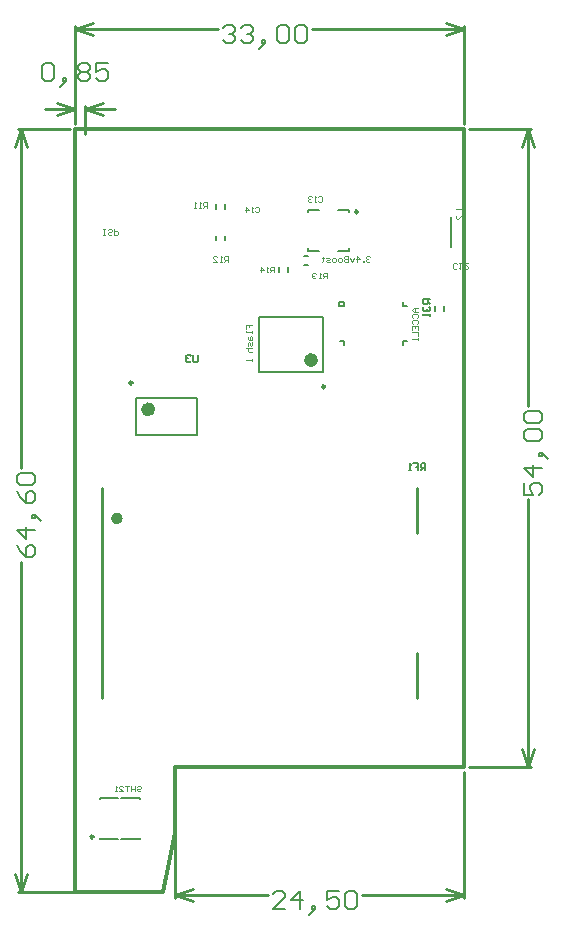
<source format=gbo>
%FSLAX25Y25*%
%MOIN*%
G70*
G01*
G75*
G04 Layer_Color=32896*
%ADD10R,0.02756X0.03543*%
%ADD11R,0.06693X0.09449*%
%ADD12O,0.06693X0.01181*%
%ADD13O,0.06890X0.02165*%
%ADD14O,0.02165X0.06890*%
%ADD15R,0.15748X0.15748*%
%ADD16R,0.07874X0.15748*%
%ADD17R,0.03543X0.02756*%
%ADD18R,0.01575X0.05315*%
%ADD19R,0.05512X0.05512*%
%ADD20R,0.04724X0.03543*%
%ADD21R,0.05000X0.05000*%
%ADD22R,0.03937X0.05512*%
%ADD23R,0.03150X0.03543*%
%ADD24R,0.04331X0.06693*%
%ADD25R,0.03543X0.03150*%
%ADD26R,0.09449X0.06693*%
%ADD27C,0.01575*%
%ADD28C,0.01181*%
%ADD29C,0.01378*%
%ADD30C,0.00984*%
%ADD31C,0.01000*%
%ADD32C,0.00600*%
%ADD33C,0.07874*%
%ADD34O,0.05906X0.07874*%
%ADD35O,0.03937X0.06693*%
%ADD36R,0.05906X0.05906*%
%ADD37C,0.05906*%
%ADD38C,0.12598*%
%ADD39R,0.04724X0.15748*%
%ADD40C,0.03150*%
%ADD41C,0.01969*%
%ADD42C,0.04724*%
%ADD43O,0.01378X0.06693*%
%ADD44O,0.02756X0.01772*%
%ADD45R,0.05906X0.09449*%
%ADD46R,0.07677X0.10827*%
%ADD47R,0.11811X0.08268*%
%ADD48R,0.06299X0.03150*%
%ADD49O,0.02362X0.06693*%
%ADD50R,0.05001X0.01969*%
%ADD51R,0.01969X0.04801*%
%ADD52O,0.01969X0.00984*%
%ADD53O,0.00984X0.03937*%
%ADD54R,0.06496X0.09449*%
%ADD55R,0.04000X0.06000*%
%ADD56R,0.06000X0.04000*%
%ADD57C,0.03150*%
%ADD58C,0.02362*%
%ADD59C,0.00787*%
%ADD60C,0.00394*%
%ADD61C,0.00800*%
%ADD62C,0.00591*%
%ADD63R,0.03556X0.04343*%
%ADD64R,0.07493X0.10249*%
%ADD65O,0.07493X0.01981*%
%ADD66O,0.07284X0.02559*%
%ADD67O,0.02559X0.07284*%
%ADD68R,0.16548X0.16548*%
%ADD69R,0.08674X0.16548*%
%ADD70R,0.04343X0.03556*%
%ADD71R,0.01969X0.05709*%
%ADD72R,0.06312X0.06312*%
%ADD73R,0.05524X0.04343*%
%ADD74R,0.05800X0.05800*%
%ADD75R,0.04737X0.06312*%
%ADD76R,0.03950X0.04343*%
%ADD77R,0.05131X0.07493*%
%ADD78R,0.04343X0.03950*%
%ADD79R,0.10249X0.07493*%
%ADD80C,0.08674*%
%ADD81O,0.06706X0.08674*%
%ADD82O,0.04737X0.07493*%
%ADD83R,0.06706X0.06706*%
%ADD84C,0.06706*%
%ADD85C,0.13398*%
%ADD86R,0.05524X0.16548*%
%ADD87C,0.03950*%
%ADD88C,0.02769*%
%ADD89C,0.05524*%
%ADD90C,0.02000*%
%ADD91C,0.00500*%
D28*
X68898Y51181D02*
Y73228D01*
X165354D01*
X64961Y31496D02*
X68898Y51181D01*
X35433Y31496D02*
Y285827D01*
X165354D01*
Y73228D02*
Y285827D01*
X35433Y31496D02*
X64961D01*
D30*
X54681Y201220D02*
G03*
X54681Y201220I-492J0D01*
G01*
X41740Y49898D02*
G03*
X41740Y49898I-492J0D01*
G01*
X118839Y199925D02*
G03*
X118839Y199925I-492J0D01*
G01*
X129842Y258201D02*
G03*
X129842Y258201I-492J0D01*
G01*
D31*
X149500Y96000D02*
Y111000D01*
Y151000D02*
Y166000D01*
X44500Y96000D02*
Y166000D01*
X165354Y287417D02*
Y320000D01*
X35433Y287417D02*
Y320000D01*
X114389Y319000D02*
X165354D01*
X35433D02*
X83198D01*
X159354Y321000D02*
X165354Y319000D01*
X159354Y317000D02*
X165354Y319000D01*
X35433D02*
X41433Y317000D01*
X35433Y319000D02*
X41433Y321000D01*
X166945Y73228D02*
X187500D01*
X166945Y285827D02*
X187500D01*
X186500Y73228D02*
Y162332D01*
Y193523D02*
Y285827D01*
Y73228D02*
X188500Y79228D01*
X184500D02*
X186500Y73228D01*
X184500Y279827D02*
X186500Y285827D01*
X188500Y279827D01*
X16500Y31496D02*
X63370D01*
X16500Y285827D02*
X33843D01*
X17500Y31496D02*
Y141466D01*
Y172657D02*
Y285827D01*
Y31496D02*
X19500Y37496D01*
X15500D02*
X17500Y31496D01*
X15500Y279827D02*
X17500Y285827D01*
X19500Y279827D01*
X165354Y29500D02*
Y71638D01*
X68898Y29500D02*
Y71638D01*
X131122Y30500D02*
X165354D01*
X68898D02*
X99931D01*
X159354Y32500D02*
X165354Y30500D01*
X159354Y28500D02*
X165354Y30500D01*
X68898D02*
X74898Y28500D01*
X68898Y30500D02*
X74898Y32500D01*
X38780Y284071D02*
Y293500D01*
X35433Y287417D02*
Y293500D01*
X25433Y292500D02*
X35433D01*
X38780D02*
X48779D01*
X29433Y294500D02*
X35433Y292500D01*
X29433Y290500D02*
X35433Y292500D01*
X38780D02*
X44780Y290500D01*
X38780Y292500D02*
X44780Y294500D01*
D32*
X84798Y319400D02*
X85798Y320399D01*
X87797D01*
X88797Y319400D01*
Y318400D01*
X87797Y317400D01*
X86798D01*
X87797D01*
X88797Y316401D01*
Y315401D01*
X87797Y314401D01*
X85798D01*
X84798Y315401D01*
X90796Y319400D02*
X91796Y320399D01*
X93795D01*
X94795Y319400D01*
Y318400D01*
X93795Y317400D01*
X92796D01*
X93795D01*
X94795Y316401D01*
Y315401D01*
X93795Y314401D01*
X91796D01*
X90796Y315401D01*
X97794Y313402D02*
X98794Y314401D01*
Y315401D01*
X97794D01*
Y314401D01*
X98794D01*
X97794Y313402D01*
X96794Y312402D01*
X102792Y319400D02*
X103792Y320399D01*
X105791D01*
X106791Y319400D01*
Y315401D01*
X105791Y314401D01*
X103792D01*
X102792Y315401D01*
Y319400D01*
X108791D02*
X109790Y320399D01*
X111790D01*
X112789Y319400D01*
Y315401D01*
X111790Y314401D01*
X109790D01*
X108791Y315401D01*
Y319400D01*
X185101Y167931D02*
Y163932D01*
X188100D01*
X187100Y165931D01*
Y166931D01*
X188100Y167931D01*
X190099D01*
X191099Y166931D01*
Y164932D01*
X190099Y163932D01*
X191099Y172929D02*
X185101D01*
X188100Y169930D01*
Y173929D01*
X192098Y176928D02*
X191099Y177927D01*
X190099D01*
Y176928D01*
X191099D01*
Y177927D01*
X192098Y176928D01*
X193098Y175928D01*
X186100Y181926D02*
X185101Y182926D01*
Y184925D01*
X186100Y185925D01*
X190099D01*
X191099Y184925D01*
Y182926D01*
X190099Y181926D01*
X186100D01*
Y187924D02*
X185101Y188924D01*
Y190923D01*
X186100Y191923D01*
X190099D01*
X191099Y190923D01*
Y188924D01*
X190099Y187924D01*
X186100D01*
X16101Y147065D02*
X17100Y145065D01*
X19100Y143066D01*
X21099D01*
X22099Y144066D01*
Y146065D01*
X21099Y147065D01*
X20099D01*
X19100Y146065D01*
Y143066D01*
X22099Y152063D02*
X16101D01*
X19100Y149064D01*
Y153063D01*
X23098Y156062D02*
X22099Y157061D01*
X21099D01*
Y156062D01*
X22099D01*
Y157061D01*
X23098Y156062D01*
X24098Y155062D01*
X16101Y165059D02*
X17100Y163059D01*
X19100Y161060D01*
X21099D01*
X22099Y162060D01*
Y164059D01*
X21099Y165059D01*
X20099D01*
X19100Y164059D01*
Y161060D01*
X17100Y167058D02*
X16101Y168058D01*
Y170057D01*
X17100Y171057D01*
X21099D01*
X22099Y170057D01*
Y168058D01*
X21099Y167058D01*
X17100D01*
X105529Y25901D02*
X101531D01*
X105529Y29900D01*
Y30900D01*
X104530Y31899D01*
X102530D01*
X101531Y30900D01*
X110528Y25901D02*
Y31899D01*
X107529Y28900D01*
X111527D01*
X114526Y24902D02*
X115526Y25901D01*
Y26901D01*
X114526D01*
Y25901D01*
X115526D01*
X114526Y24902D01*
X113527Y23902D01*
X123523Y31899D02*
X119525D01*
Y28900D01*
X121524Y29900D01*
X122524D01*
X123523Y28900D01*
Y26901D01*
X122524Y25901D01*
X120524D01*
X119525Y26901D01*
X125523Y30900D02*
X126522Y31899D01*
X128522D01*
X129522Y30900D01*
Y26901D01*
X128522Y25901D01*
X126522D01*
X125523Y26901D01*
Y30900D01*
X24510Y306696D02*
X25510Y307696D01*
X27509D01*
X28509Y306696D01*
Y302697D01*
X27509Y301697D01*
X25510D01*
X24510Y302697D01*
Y306696D01*
X31508Y300698D02*
X32507Y301697D01*
Y302697D01*
X31508D01*
Y301697D01*
X32507D01*
X31508Y300698D01*
X30508Y299698D01*
X36506Y306696D02*
X37506Y307696D01*
X39505D01*
X40505Y306696D01*
Y305696D01*
X39505Y304696D01*
X40505Y303697D01*
Y302697D01*
X39505Y301697D01*
X37506D01*
X36506Y302697D01*
Y303697D01*
X37506Y304696D01*
X36506Y305696D01*
Y306696D01*
X37506Y304696D02*
X39505D01*
X46503Y307696D02*
X42504D01*
Y304696D01*
X44503Y305696D01*
X45503D01*
X46503Y304696D01*
Y302697D01*
X45503Y301697D01*
X43504D01*
X42504Y302697D01*
D58*
X61079Y192362D02*
G03*
X61079Y192362I-1181J0D01*
G01*
X115374Y208784D02*
G03*
X115374Y208784I-1181J0D01*
G01*
D59*
X76039Y183701D02*
Y196299D01*
X55961Y183701D02*
Y196299D01*
Y183701D02*
X76039D01*
X55961Y196299D02*
X76039D01*
X43807Y49307D02*
Y49602D01*
Y49307D02*
X50008D01*
X50992D02*
X57193D01*
Y49602D01*
Y62398D02*
Y62693D01*
X50992D02*
X57193D01*
X43807Y62398D02*
Y62693D01*
X50008D01*
X155622Y225213D02*
Y226787D01*
X158378Y225213D02*
Y226787D01*
X106378Y238213D02*
Y239787D01*
X103622Y238213D02*
Y239787D01*
X111713Y240622D02*
X113287D01*
X111713Y243378D02*
X113287D01*
X85378Y248713D02*
Y250287D01*
X82622Y248713D02*
Y250287D01*
X85378Y259213D02*
Y260787D01*
X82622Y259213D02*
Y260787D01*
X160843Y246480D02*
Y256520D01*
X96870Y204847D02*
X118130D01*
X96870Y223153D02*
X118130D01*
Y204847D02*
Y223153D01*
X96870Y204847D02*
Y223153D01*
X126791Y258004D02*
Y258791D01*
X123051D02*
X126791D01*
X113209D02*
X116949D01*
X113209Y258004D02*
Y258791D01*
Y245209D02*
Y245996D01*
Y245209D02*
X116949D01*
X126791D02*
Y245996D01*
X123051Y245209D02*
X126791D01*
D60*
X134000Y243140D02*
X133672Y243468D01*
X133016D01*
X132688Y243140D01*
Y242812D01*
X133016Y242484D01*
X133344D01*
X133016D01*
X132688Y242156D01*
Y241828D01*
X133016Y241500D01*
X133672D01*
X134000Y241828D01*
X132032Y241500D02*
Y241828D01*
X131704D01*
Y241500D01*
X132032D01*
X129408D02*
Y243468D01*
X130392Y242484D01*
X129080D01*
X128424Y242812D02*
X127768Y241500D01*
X127112Y242812D01*
X126456Y243468D02*
Y241500D01*
X125473D01*
X125145Y241828D01*
Y242156D01*
X125473Y242484D01*
X126456D01*
X125473D01*
X125145Y242812D01*
Y243140D01*
X125473Y243468D01*
X126456D01*
X124161Y241500D02*
X123505D01*
X123177Y241828D01*
Y242484D01*
X123505Y242812D01*
X124161D01*
X124489Y242484D01*
Y241828D01*
X124161Y241500D01*
X122193D02*
X121537D01*
X121209Y241828D01*
Y242484D01*
X121537Y242812D01*
X122193D01*
X122521Y242484D01*
Y241828D01*
X122193Y241500D01*
X120553D02*
X119569D01*
X119241Y241828D01*
X119569Y242156D01*
X120225D01*
X120553Y242484D01*
X120225Y242812D01*
X119241D01*
X118257Y243140D02*
Y242812D01*
X118585D01*
X117929D01*
X118257D01*
Y241828D01*
X117929Y241500D01*
X150000Y226000D02*
X148688D01*
X148032Y225344D01*
X148688Y224688D01*
X150000D01*
X149016D01*
Y226000D01*
X148360Y222720D02*
X148032Y223048D01*
Y223704D01*
X148360Y224032D01*
X149672D01*
X150000Y223704D01*
Y223048D01*
X149672Y222720D01*
X148360Y220752D02*
X148032Y221080D01*
Y221736D01*
X148360Y222064D01*
X149672D01*
X150000Y221736D01*
Y221080D01*
X149672Y220752D01*
X148032Y218784D02*
Y220096D01*
X150000D01*
Y218784D01*
X149016Y220096D02*
Y219441D01*
X148032Y218129D02*
X150000D01*
Y216817D01*
Y216161D02*
Y215505D01*
Y215833D01*
X148032D01*
X148360Y216161D01*
X162812Y239360D02*
X162484Y239032D01*
X161828D01*
X161500Y239360D01*
Y240672D01*
X161828Y241000D01*
X162484D01*
X162812Y240672D01*
X163468Y241000D02*
X164124D01*
X163796D01*
Y239032D01*
X163468Y239360D01*
X166420Y241000D02*
X165108D01*
X166420Y239688D01*
Y239360D01*
X166092Y239032D01*
X165436D01*
X165108Y239360D01*
X116688Y263140D02*
X117016Y263468D01*
X117672D01*
X118000Y263140D01*
Y261828D01*
X117672Y261500D01*
X117016D01*
X116688Y261828D01*
X116032Y261500D02*
X115376D01*
X115704D01*
Y263468D01*
X116032Y263140D01*
X114392D02*
X114064Y263468D01*
X113408D01*
X113080Y263140D01*
Y262812D01*
X113408Y262484D01*
X113736D01*
X113408D01*
X113080Y262156D01*
Y261828D01*
X113408Y261500D01*
X114064D01*
X114392Y261828D01*
X95688Y259640D02*
X96016Y259968D01*
X96672D01*
X97000Y259640D01*
Y258328D01*
X96672Y258000D01*
X96016D01*
X95688Y258328D01*
X95032Y258000D02*
X94376D01*
X94704D01*
Y259968D01*
X95032Y259640D01*
X92408Y258000D02*
Y259968D01*
X93392Y258984D01*
X92080D01*
X45008Y250532D02*
X45664D01*
X45336D01*
Y252500D01*
X45008D01*
X45664D01*
X47960Y250860D02*
X47632Y250532D01*
X46976D01*
X46648Y250860D01*
Y251188D01*
X46976Y251516D01*
X47632D01*
X47960Y251844D01*
Y252172D01*
X47632Y252500D01*
X46976D01*
X46648Y252172D01*
X48616Y252500D02*
Y250532D01*
X49599D01*
X49927Y250860D01*
Y251516D01*
X49599Y251844D01*
X48616D01*
X162532Y259000D02*
X164500D01*
Y257688D01*
Y255720D02*
Y257032D01*
X163188Y255720D01*
X162860D01*
X162532Y256048D01*
Y256704D01*
X162860Y257032D01*
X79500Y259500D02*
Y261468D01*
X78516D01*
X78188Y261140D01*
Y260484D01*
X78516Y260156D01*
X79500D01*
X78844D02*
X78188Y259500D01*
X77532D02*
X76876D01*
X77204D01*
Y261468D01*
X77532Y261140D01*
X75892Y259500D02*
X75236D01*
X75564D01*
Y261468D01*
X75892Y261140D01*
X86500Y241500D02*
Y243468D01*
X85516D01*
X85188Y243140D01*
Y242484D01*
X85516Y242156D01*
X86500D01*
X85844D02*
X85188Y241500D01*
X84532D02*
X83876D01*
X84204D01*
Y243468D01*
X84532Y243140D01*
X81580Y241500D02*
X82892D01*
X81580Y242812D01*
Y243140D01*
X81908Y243468D01*
X82564D01*
X82892Y243140D01*
X92532Y219188D02*
Y220500D01*
X93516D01*
Y219844D01*
Y220500D01*
X94500D01*
Y218532D02*
Y217876D01*
Y218204D01*
X92532D01*
Y218532D01*
X93188Y216564D02*
Y215908D01*
X93516Y215580D01*
X94500D01*
Y216564D01*
X94172Y216892D01*
X93844Y216564D01*
Y215580D01*
X94500Y214924D02*
Y213941D01*
X94172Y213613D01*
X93844Y213941D01*
Y214596D01*
X93516Y214924D01*
X93188Y214596D01*
Y213613D01*
X92532Y212957D02*
X94500D01*
X93516D01*
X93188Y212629D01*
Y211973D01*
X93516Y211645D01*
X94500D01*
Y209021D02*
Y208365D01*
Y208693D01*
X92532D01*
X92860Y209021D01*
X56188Y66640D02*
X56516Y66968D01*
X57172D01*
X57500Y66640D01*
Y66312D01*
X57172Y65984D01*
X56516D01*
X56188Y65656D01*
Y65328D01*
X56516Y65000D01*
X57172D01*
X57500Y65328D01*
X55532Y66968D02*
Y65000D01*
Y65984D01*
X54220D01*
Y66968D01*
Y65000D01*
X53564Y66968D02*
X52252D01*
X52908D01*
Y65000D01*
X50284D02*
X51596D01*
X50284Y66312D01*
Y66640D01*
X50612Y66968D01*
X51268D01*
X51596Y66640D01*
X49629Y65000D02*
X48973D01*
X49301D01*
Y66968D01*
X49629Y66640D01*
X119500Y236000D02*
Y237968D01*
X118516D01*
X118188Y237640D01*
Y236984D01*
X118516Y236656D01*
X119500D01*
X118844D02*
X118188Y236000D01*
X117532D02*
X116876D01*
X117204D01*
Y237968D01*
X117532Y237640D01*
X115892D02*
X115564Y237968D01*
X114908D01*
X114580Y237640D01*
Y237312D01*
X114908Y236984D01*
X115236D01*
X114908D01*
X114580Y236656D01*
Y236328D01*
X114908Y236000D01*
X115564D01*
X115892Y236328D01*
X102000Y238000D02*
Y239968D01*
X101016D01*
X100688Y239640D01*
Y238984D01*
X101016Y238656D01*
X102000D01*
X101344D02*
X100688Y238000D01*
X100032D02*
X99376D01*
X99704D01*
Y239968D01*
X100032Y239640D01*
X97408Y238000D02*
Y239968D01*
X98392Y238984D01*
X97080D01*
D62*
X76500Y210561D02*
Y208594D01*
X76106Y208200D01*
X75319D01*
X74926Y208594D01*
Y210561D01*
X74139Y210168D02*
X73745Y210561D01*
X72958D01*
X72564Y210168D01*
Y209774D01*
X72958Y209381D01*
X73351D01*
X72958D01*
X72564Y208987D01*
Y208594D01*
X72958Y208200D01*
X73745D01*
X74139Y208594D01*
X154000Y229000D02*
X151639D01*
Y227819D01*
X152032Y227426D01*
X152819D01*
X153213Y227819D01*
Y229000D01*
Y228213D02*
X154000Y227426D01*
X152032Y226639D02*
X151639Y226245D01*
Y225458D01*
X152032Y225064D01*
X152426D01*
X152819Y225458D01*
Y225851D01*
Y225458D01*
X153213Y225064D01*
X153606D01*
X154000Y225458D01*
Y226245D01*
X153606Y226639D01*
X154000Y224277D02*
Y223490D01*
Y223884D01*
X151639D01*
X152032Y224277D01*
X152300Y172000D02*
Y174361D01*
X151119D01*
X150726Y173968D01*
Y173181D01*
X151119Y172787D01*
X152300D01*
X151513D02*
X150726Y172000D01*
X148364Y174361D02*
X149939D01*
Y173181D01*
X149151D01*
X149939D01*
Y172000D01*
X147577D02*
X146790D01*
X147184D01*
Y174361D01*
X147577Y173968D01*
D90*
X50500Y156000D02*
G03*
X50500Y156000I-1000J0D01*
G01*
D91*
X123650Y226905D02*
Y228311D01*
X125150D01*
X144835Y226905D02*
Y228311D01*
Y215094D02*
X146240D01*
X144835Y213689D02*
Y215094D01*
Y226905D02*
X146240D01*
X123744Y215094D02*
X125150D01*
Y213689D02*
Y215094D01*
X123650Y226905D02*
X125150D01*
Y228311D01*
M02*

</source>
